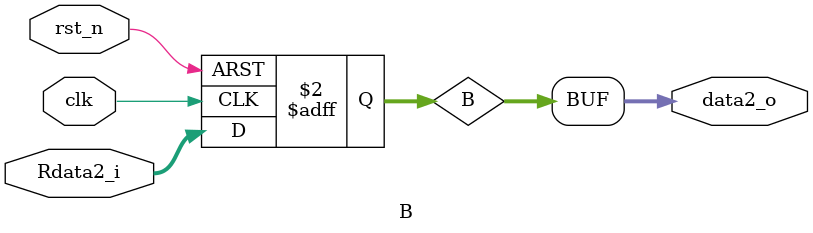
<source format=v>
module B(
  input clk,
  input rst_n,
  input [31:0] Rdata2_i,//Regfile Read-data1
  
  output [31:0] data2_o
  );
  reg [31:0] B;
  always@(posedge clk or posedge rst_n)
  begin
    if (rst_n)
      B <= 32'h0;
    else
      B <= Rdata2_i;
  end
  assign data2_o = B;
endmodule


</source>
